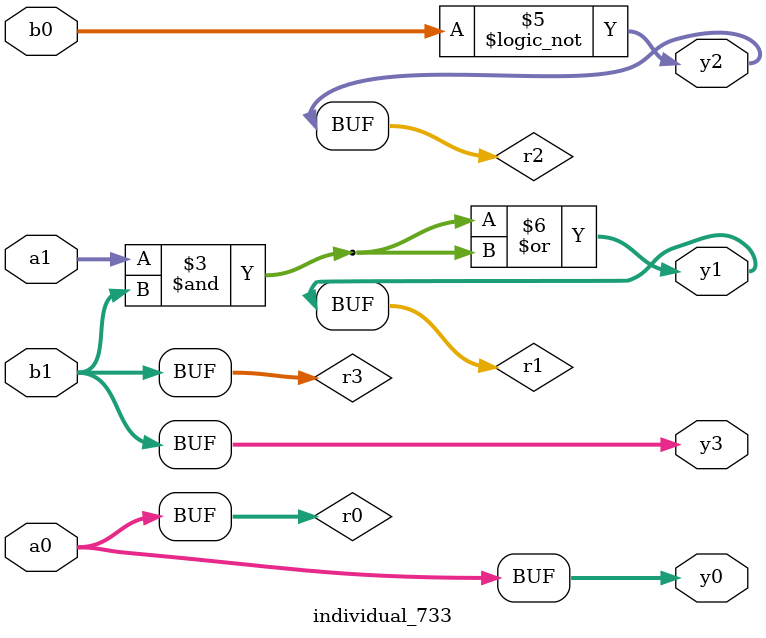
<source format=sv>
module individual_733(input logic [15:0] a1, input logic [15:0] a0, input logic [15:0] b1, input logic [15:0] b0, output logic [15:0] y3, output logic [15:0] y2, output logic [15:0] y1, output logic [15:0] y0);
logic [15:0] r0, r1, r2, r3; 
 always@(*) begin 
	 r0 = a0; r1 = a1; r2 = b0; r3 = b1; 
 	 r2 = ! r1 ;
 	 r1  &=  r3 ;
 	 r2 = ! b0 ;
 	 r2 = ! b0 ;
 	 r1  |=  r1 ;
 	 y3 = r3; y2 = r2; y1 = r1; y0 = r0; 
end
endmodule
</source>
